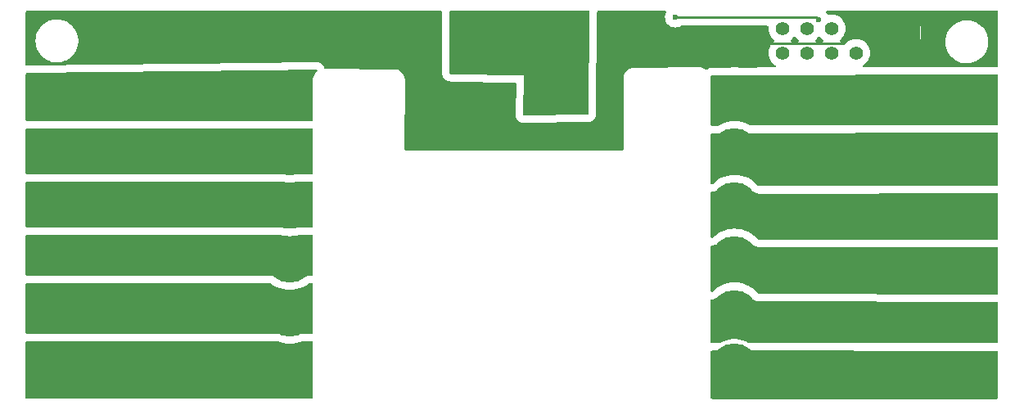
<source format=gbl>
%TF.GenerationSoftware,KiCad,Pcbnew,8.0.4*%
%TF.CreationDate,2025-01-10T16:53:36-05:00*%
%TF.ProjectId,X17-ESC-Adapter,5831372d-4553-4432-9d41-646170746572,rev?*%
%TF.SameCoordinates,Original*%
%TF.FileFunction,Copper,L2,Bot*%
%TF.FilePolarity,Positive*%
%FSLAX46Y46*%
G04 Gerber Fmt 4.6, Leading zero omitted, Abs format (unit mm)*
G04 Created by KiCad (PCBNEW 8.0.4) date 2025-01-10 16:53:36*
%MOMM*%
%LPD*%
G01*
G04 APERTURE LIST*
%TA.AperFunction,ComponentPad*%
%ADD10C,1.701800*%
%TD*%
%TA.AperFunction,ComponentPad*%
%ADD11C,1.390000*%
%TD*%
%TA.AperFunction,ComponentPad*%
%ADD12R,1.390000X1.390000*%
%TD*%
%TA.AperFunction,ComponentPad*%
%ADD13C,4.800000*%
%TD*%
%TA.AperFunction,ViaPad*%
%ADD14C,0.600000*%
%TD*%
%TA.AperFunction,Conductor*%
%ADD15C,0.254000*%
%TD*%
G04 APERTURE END LIST*
D10*
%TO.P,ESC2,1,1*%
%TO.N,ESC2C*%
X119710000Y-113870000D03*
%TO.P,ESC2,2,2*%
X126710001Y-113870000D03*
%TO.P,ESC2,3,3*%
%TO.N,ESC2B*%
X119710000Y-108870000D03*
%TO.P,ESC2,4,4*%
X126710001Y-108870000D03*
%TO.P,ESC2,5,5*%
%TO.N,ESC2A*%
X119710000Y-103870000D03*
%TO.P,ESC2,6,6*%
X126710001Y-103870000D03*
%TD*%
%TO.P,ESC1,1,1*%
%TO.N,ESC1C*%
X120010000Y-97180000D03*
%TO.P,ESC1,2,2*%
X127010001Y-97180000D03*
%TO.P,ESC1,3,3*%
%TO.N,ESC1B*%
X120010000Y-92180000D03*
%TO.P,ESC1,4,4*%
X127010001Y-92180000D03*
%TO.P,ESC1,5,5*%
%TO.N,ESC1A*%
X120010000Y-87180000D03*
%TO.P,ESC1,6,6*%
X127010001Y-87180000D03*
%TD*%
D11*
%TO.P,J2,01,01*%
%TO.N,+12V*%
X152890000Y-79200000D03*
X152890000Y-81740000D03*
X155430000Y-79200000D03*
X155430000Y-81740000D03*
X157970000Y-79200000D03*
X157970000Y-81740000D03*
X160510000Y-79200000D03*
X160510000Y-81740000D03*
X163050000Y-79200000D03*
D12*
X163050000Y-81740000D03*
%TO.P,J2,03,03*%
%TO.N,GND*%
X119890000Y-79425000D03*
D11*
X119890000Y-81965000D03*
X122430000Y-79425000D03*
X122430000Y-81965000D03*
X124970000Y-79425000D03*
X124970000Y-81965000D03*
X127510000Y-79425000D03*
X127510000Y-81965000D03*
X130050000Y-79425000D03*
X130050000Y-81965000D03*
X193550000Y-79175000D03*
X196090000Y-79175000D03*
D12*
X196090000Y-81715000D03*
D11*
%TO.P,J2,04,04*%
%TO.N,PWM1*%
X193550000Y-81715000D03*
%TO.P,J2,05,05*%
%TO.N,Telemetry*%
X191010000Y-79175000D03*
%TO.P,J2,06,06*%
%TO.N,PWM2*%
X191010000Y-81715000D03*
%TO.P,J2,07,07*%
%TO.N,unconnected-(J2-Pad07)*%
X188470000Y-79175000D03*
%TO.P,J2,08,08*%
%TO.N,PWM3*%
X188470000Y-81715000D03*
%TO.P,J2,09,09*%
%TO.N,+5V*%
X185930000Y-79175000D03*
%TO.P,J2,10,10*%
%TO.N,PWM4*%
X185930000Y-81715000D03*
%TD*%
D13*
%TO.P,ESC5,1,M1P1*%
%TO.N,ESC1A*%
X134975000Y-86355000D03*
%TO.P,ESC5,2,M1P2*%
%TO.N,ESC1B*%
X134975000Y-91925000D03*
%TO.P,ESC5,3,M1P3*%
%TO.N,ESC1C*%
X134975000Y-97495000D03*
%TO.P,ESC5,4,M2P1*%
%TO.N,ESC2A*%
X134975000Y-103055000D03*
%TO.P,ESC5,5,M2P2*%
%TO.N,ESC2B*%
X134975000Y-108625000D03*
%TO.P,ESC5,6,M2P3*%
%TO.N,ESC2C*%
X134975000Y-114195000D03*
%TO.P,ESC5,7,M4P3*%
%TO.N,ESC4C*%
X180975000Y-114195000D03*
%TO.P,ESC5,8,M4P2*%
%TO.N,ESC4B*%
X180975000Y-108625000D03*
%TO.P,ESC5,9,M4P1*%
%TO.N,ESC4A*%
X180975000Y-103055000D03*
%TO.P,ESC5,10,M3P3*%
%TO.N,ESC3C*%
X180975000Y-97495000D03*
%TO.P,ESC5,11,M3P2*%
%TO.N,ESC3B*%
X180975000Y-91925000D03*
%TO.P,ESC5,12,M3P1*%
%TO.N,ESC3A*%
X180975000Y-86355000D03*
%TD*%
D10*
%TO.P,ESC4,1,1*%
%TO.N,ESC4A*%
X196480001Y-104360000D03*
%TO.P,ESC4,2,2*%
X189480000Y-104360000D03*
%TO.P,ESC4,3,3*%
%TO.N,ESC4B*%
X196480001Y-109360000D03*
%TO.P,ESC4,4,4*%
X189480000Y-109360000D03*
%TO.P,ESC4,5,5*%
%TO.N,ESC4C*%
X196480001Y-114360000D03*
%TO.P,ESC4,6,6*%
X189480000Y-114360000D03*
%TD*%
%TO.P,ESC3,1,1*%
%TO.N,ESC3A*%
X196440000Y-87450000D03*
%TO.P,ESC3,2,2*%
X189439999Y-87450000D03*
%TO.P,ESC3,3,3*%
%TO.N,ESC3B*%
X196440000Y-92450000D03*
%TO.P,ESC3,4,4*%
X189439999Y-92450000D03*
%TO.P,ESC3,5,5*%
%TO.N,ESC3C*%
X196440000Y-97450000D03*
%TO.P,ESC3,6,6*%
X189439999Y-97450000D03*
%TD*%
D14*
%TO.N,GND*%
X136000000Y-82000000D03*
X150000000Y-82000000D03*
X153000000Y-89000000D03*
X139000000Y-82000000D03*
X133000000Y-79000000D03*
X148000000Y-88000000D03*
X156000000Y-91000000D03*
X168000000Y-85000000D03*
X150000000Y-88000000D03*
X148000000Y-82000000D03*
X168000000Y-82000000D03*
X168000000Y-88000000D03*
X117000000Y-79000000D03*
X148000000Y-85000000D03*
X142000000Y-82000000D03*
X162000000Y-91000000D03*
X153000000Y-91000000D03*
X168000000Y-91000000D03*
X156000000Y-89000000D03*
X139000000Y-79000000D03*
X136000000Y-79000000D03*
X148000000Y-91000000D03*
X165000000Y-91000000D03*
X133000000Y-82000000D03*
X168000000Y-79000000D03*
X150000000Y-91000000D03*
X145000000Y-82000000D03*
X159000000Y-91000000D03*
X150000000Y-85000000D03*
X117000000Y-82000000D03*
X168400000Y-80700000D03*
X142000000Y-79000000D03*
X172800000Y-80700000D03*
%TO.N,Telemetry*%
X189700000Y-78300000D03*
X174848452Y-78000000D03*
%TD*%
D15*
%TO.N,GND*%
X172793000Y-80693000D02*
X168507000Y-80693000D01*
X193550000Y-79175000D02*
X192032000Y-80693000D01*
X168400000Y-80700000D02*
X168400000Y-80800000D01*
X192032000Y-80693000D02*
X172807000Y-80693000D01*
X168507000Y-80693000D02*
X168500000Y-80700000D01*
X168500000Y-80700000D02*
X168400000Y-80700000D01*
X168400000Y-80800000D02*
X168500000Y-80700000D01*
X172800000Y-80700000D02*
X172793000Y-80693000D01*
X172807000Y-80693000D02*
X172800000Y-80700000D01*
%TO.N,Telemetry*%
X174848452Y-78000000D02*
X189400000Y-78000000D01*
X189400000Y-78000000D02*
X189700000Y-78300000D01*
%TD*%
%TA.AperFunction,Conductor*%
%TO.N,ESC1A*%
G36*
X137775133Y-83423314D02*
G01*
X137821734Y-83475373D01*
X137832791Y-83544362D01*
X137804795Y-83608378D01*
X137789788Y-83623436D01*
X137710677Y-83690241D01*
X137710674Y-83690243D01*
X137583796Y-83842233D01*
X137583793Y-83842237D01*
X137485134Y-84013897D01*
X137485132Y-84013901D01*
X137417676Y-84200035D01*
X137417674Y-84200042D01*
X137383450Y-84395043D01*
X137383500Y-84492061D01*
X137383500Y-88608500D01*
X137363815Y-88675539D01*
X137311011Y-88721294D01*
X137259500Y-88732500D01*
X135355205Y-88732500D01*
X135290737Y-88735212D01*
X135267381Y-88737182D01*
X135267380Y-88737170D01*
X135262184Y-88737645D01*
X134981952Y-88753382D01*
X134968047Y-88753382D01*
X134687838Y-88737647D01*
X134682638Y-88737171D01*
X134682637Y-88737184D01*
X134680042Y-88736965D01*
X134680033Y-88736964D01*
X134664845Y-88735683D01*
X134659242Y-88735211D01*
X134594797Y-88732500D01*
X134594786Y-88732500D01*
X107774500Y-88732500D01*
X107707461Y-88712815D01*
X107661706Y-88660011D01*
X107650500Y-88608500D01*
X107650500Y-83914639D01*
X107670185Y-83847600D01*
X107722989Y-83801845D01*
X107772996Y-83790648D01*
X131800000Y-83500000D01*
X137707785Y-83404713D01*
X137775133Y-83423314D01*
G37*
%TD.AperFunction*%
%TD*%
%TA.AperFunction,Conductor*%
%TO.N,ESC1C*%
G36*
X134241629Y-95004846D02*
G01*
X134262082Y-95010738D01*
X134270169Y-95013068D01*
X134620354Y-95072567D01*
X134975000Y-95092483D01*
X135329646Y-95072567D01*
X135679831Y-95013068D01*
X135696234Y-95008342D01*
X135708371Y-95004846D01*
X135742698Y-95000000D01*
X137259500Y-95000000D01*
X137326539Y-95019685D01*
X137372294Y-95072489D01*
X137383500Y-95124000D01*
X137383500Y-99608500D01*
X137363815Y-99675539D01*
X137311011Y-99721294D01*
X137259500Y-99732500D01*
X135985661Y-99732500D01*
X135878421Y-99740031D01*
X135878400Y-99740033D01*
X135844090Y-99744875D01*
X135844068Y-99744879D01*
X135738874Y-99767340D01*
X135738858Y-99767344D01*
X135515458Y-99831704D01*
X135501902Y-99834798D01*
X135250446Y-99877523D01*
X135236627Y-99879080D01*
X135037650Y-99890253D01*
X135023749Y-99890253D01*
X134975003Y-99887517D01*
X134974997Y-99887517D01*
X134926249Y-99890253D01*
X134912348Y-99890253D01*
X134713371Y-99879080D01*
X134699552Y-99877523D01*
X134448093Y-99834798D01*
X134434536Y-99831704D01*
X134211133Y-99767342D01*
X134105948Y-99744882D01*
X134105914Y-99744876D01*
X134071590Y-99740031D01*
X133964340Y-99732500D01*
X133964329Y-99732500D01*
X107774500Y-99732500D01*
X107707461Y-99712815D01*
X107661706Y-99660011D01*
X107650500Y-99608500D01*
X107650500Y-95124000D01*
X107670185Y-95056961D01*
X107722989Y-95011206D01*
X107774500Y-95000000D01*
X134207302Y-95000000D01*
X134241629Y-95004846D01*
G37*
%TD.AperFunction*%
%TD*%
%TA.AperFunction,Conductor*%
%TO.N,ESC3A*%
G36*
X208188566Y-83930893D02*
G01*
X208234476Y-83983562D01*
X208245834Y-84035468D01*
X208243281Y-89039950D01*
X208223562Y-89106980D01*
X208170735Y-89152708D01*
X208119563Y-89163887D01*
X182654257Y-89221894D01*
X182593994Y-89206422D01*
X182349316Y-89071194D01*
X182349312Y-89071192D01*
X182080430Y-88959819D01*
X182021153Y-88935266D01*
X182021150Y-88935265D01*
X181679835Y-88836933D01*
X181679827Y-88836931D01*
X181329653Y-88777434D01*
X181329641Y-88777432D01*
X180975000Y-88757517D01*
X180620358Y-88777432D01*
X180620346Y-88777434D01*
X180270172Y-88836931D01*
X180270164Y-88836933D01*
X179928849Y-88935265D01*
X179600687Y-89071192D01*
X179600683Y-89071194D01*
X179342107Y-89214103D01*
X179282409Y-89229575D01*
X178639917Y-89231039D01*
X178572832Y-89211507D01*
X178526957Y-89158807D01*
X178515634Y-89107020D01*
X178516486Y-84418306D01*
X178516490Y-84418262D01*
X178516500Y-84343360D01*
X178516500Y-84343355D01*
X178516500Y-84343218D01*
X178516512Y-84277484D01*
X178516510Y-84277479D01*
X178516512Y-84270229D01*
X178516405Y-84268606D01*
X178516403Y-84243724D01*
X178510281Y-84209084D01*
X178498736Y-84143752D01*
X178506454Y-84074310D01*
X178550489Y-84020064D01*
X178616862Y-83998237D01*
X178620405Y-83998175D01*
X208121473Y-83911407D01*
X208188566Y-83930893D01*
G37*
%TD.AperFunction*%
%TD*%
%TA.AperFunction,Conductor*%
%TO.N,+12V*%
G36*
X165940715Y-77372185D02*
G01*
X165986470Y-77424989D01*
X165997671Y-77477640D01*
X165901113Y-87978933D01*
X165880813Y-88045789D01*
X165827590Y-88091056D01*
X165778941Y-88101780D01*
X159228855Y-88198105D01*
X159161534Y-88179408D01*
X159115007Y-88127282D01*
X159103067Y-88071166D01*
X159103672Y-88045789D01*
X159200000Y-84000000D01*
X151622390Y-83901589D01*
X151555612Y-83881035D01*
X151510546Y-83827641D01*
X151500000Y-83777599D01*
X151500000Y-77476500D01*
X151519685Y-77409461D01*
X151572489Y-77363706D01*
X151624000Y-77352500D01*
X165873676Y-77352500D01*
X165940715Y-77372185D01*
G37*
%TD.AperFunction*%
%TD*%
%TA.AperFunction,Conductor*%
%TO.N,ESC4B*%
G36*
X182379480Y-106712885D02*
G01*
X182446504Y-106732613D01*
X182451131Y-106735741D01*
X182464935Y-106745536D01*
X182475792Y-106754193D01*
X182475807Y-106754206D01*
X182665996Y-106924169D01*
X182675827Y-106934000D01*
X182803193Y-107076523D01*
X182803194Y-107076524D01*
X182803193Y-107076524D01*
X182841228Y-107119085D01*
X182841235Y-107119093D01*
X182903700Y-107180189D01*
X182914896Y-107191140D01*
X182940147Y-107212719D01*
X182940153Y-107212723D01*
X182940155Y-107212725D01*
X183022047Y-107269886D01*
X183062998Y-107298470D01*
X183221334Y-107365308D01*
X183288341Y-107385102D01*
X183333773Y-107397024D01*
X183504526Y-107416544D01*
X208108888Y-107456539D01*
X208108895Y-107456538D01*
X208110022Y-107456540D01*
X208177029Y-107476334D01*
X208222698Y-107529212D01*
X208233820Y-107580603D01*
X208231760Y-111618348D01*
X208212041Y-111685378D01*
X208159214Y-111731106D01*
X208107720Y-111742285D01*
X182548630Y-111733977D01*
X182481597Y-111714271D01*
X182480578Y-111713608D01*
X182437655Y-111685378D01*
X182427713Y-111678839D01*
X182427699Y-111678831D01*
X182125783Y-111527203D01*
X182125777Y-111527200D01*
X181808284Y-111411642D01*
X181808281Y-111411641D01*
X181581639Y-111357926D01*
X181479520Y-111333724D01*
X181143935Y-111294500D01*
X180806065Y-111294500D01*
X180470480Y-111333724D01*
X180141718Y-111411641D01*
X180141715Y-111411642D01*
X179824222Y-111527200D01*
X179824216Y-111527203D01*
X179522300Y-111678831D01*
X179522281Y-111678842D01*
X179471020Y-111712556D01*
X179404192Y-111732947D01*
X179402843Y-111732954D01*
X178670401Y-111732717D01*
X178635649Y-111732706D01*
X178635648Y-111732706D01*
X178635510Y-111732706D01*
X178568477Y-111713000D01*
X178522739Y-111660181D01*
X178511550Y-111608688D01*
X178512328Y-107320218D01*
X178532025Y-107253185D01*
X178584837Y-107207439D01*
X178638231Y-107196258D01*
X178646765Y-107196388D01*
X178657843Y-107196559D01*
X178657867Y-107196559D01*
X178751656Y-107192252D01*
X178751658Y-107192251D01*
X178751663Y-107192251D01*
X178919412Y-107154863D01*
X178919415Y-107154861D01*
X178919417Y-107154861D01*
X179074630Y-107081087D01*
X179074631Y-107081086D01*
X179074636Y-107081084D01*
X179133984Y-107044214D01*
X179173030Y-107018271D01*
X179203068Y-106991432D01*
X179215176Y-106985678D01*
X179246688Y-106957515D01*
X179246689Y-106957516D01*
X179272126Y-106934783D01*
X179272128Y-106934782D01*
X179474192Y-106754206D01*
X179485059Y-106745539D01*
X179488526Y-106743078D01*
X179501415Y-106733933D01*
X179567477Y-106711191D01*
X179573202Y-106711061D01*
X182379480Y-106712885D01*
G37*
%TD.AperFunction*%
%TD*%
%TA.AperFunction,Conductor*%
%TO.N,ESC4A*%
G36*
X182187815Y-101006807D02*
G01*
X182254822Y-101026601D01*
X182259368Y-101029678D01*
X182464929Y-101175532D01*
X182475801Y-101184201D01*
X182665995Y-101354168D01*
X182675828Y-101364002D01*
X182707898Y-101399889D01*
X182707899Y-101399891D01*
X182775337Y-101475355D01*
X182775347Y-101475364D01*
X182775349Y-101475367D01*
X182849199Y-101547575D01*
X182874518Y-101569198D01*
X182874522Y-101569201D01*
X182997612Y-101655030D01*
X182997617Y-101655033D01*
X182997620Y-101655035D01*
X183156001Y-101721769D01*
X183156011Y-101721772D01*
X183156019Y-101721775D01*
X183223013Y-101741517D01*
X183251944Y-101749089D01*
X183268453Y-101753410D01*
X183439219Y-101772820D01*
X183439218Y-101772820D01*
X183491162Y-101772870D01*
X208112354Y-101796954D01*
X208112358Y-101796953D01*
X208112828Y-101796954D01*
X208179848Y-101816704D01*
X208225552Y-101869553D01*
X208236707Y-101921017D01*
X208234338Y-106565103D01*
X208214619Y-106632133D01*
X208161792Y-106677861D01*
X208110136Y-106689040D01*
X183505774Y-106649045D01*
X183438767Y-106629251D01*
X183413516Y-106607672D01*
X183375474Y-106565103D01*
X183214749Y-106385251D01*
X182949893Y-106148562D01*
X182949892Y-106148561D01*
X182660205Y-105943016D01*
X182349316Y-105771194D01*
X182349312Y-105771192D01*
X182080430Y-105659819D01*
X182021153Y-105635266D01*
X182021150Y-105635265D01*
X181679835Y-105536933D01*
X181679827Y-105536931D01*
X181329653Y-105477434D01*
X181329641Y-105477432D01*
X180975000Y-105457517D01*
X180620358Y-105477432D01*
X180620346Y-105477434D01*
X180270172Y-105536931D01*
X180270164Y-105536933D01*
X179928849Y-105635265D01*
X179600687Y-105771192D01*
X179600683Y-105771194D01*
X179289794Y-105943016D01*
X179000107Y-106148561D01*
X178760709Y-106362499D01*
X178735251Y-106385251D01*
X178728969Y-106392279D01*
X178669621Y-106429149D01*
X178599760Y-106428079D01*
X178541567Y-106389410D01*
X178513518Y-106325417D01*
X178512512Y-106309628D01*
X178512610Y-105771192D01*
X178513340Y-101749087D01*
X178533037Y-101682054D01*
X178585849Y-101636308D01*
X178639247Y-101625127D01*
X178645885Y-101625229D01*
X178658826Y-101625428D01*
X178658833Y-101625427D01*
X178658851Y-101625428D01*
X178752624Y-101621125D01*
X178920375Y-101583747D01*
X179075604Y-101509977D01*
X179134955Y-101473110D01*
X179174160Y-101447057D01*
X179202803Y-101421454D01*
X179215429Y-101415451D01*
X179246667Y-101387534D01*
X179246668Y-101387535D01*
X179474208Y-101184191D01*
X179485061Y-101175536D01*
X179693100Y-101027924D01*
X179704855Y-101020537D01*
X179708822Y-101018345D01*
X179768998Y-101002875D01*
X182187815Y-101006807D01*
G37*
%TD.AperFunction*%
%TD*%
%TA.AperFunction,Conductor*%
%TO.N,ESC3C*%
G36*
X182315742Y-95509853D02*
G01*
X182320695Y-95513192D01*
X182464929Y-95615532D01*
X182475801Y-95624201D01*
X182665996Y-95794169D01*
X182675827Y-95804000D01*
X182789891Y-95931638D01*
X182813059Y-95957563D01*
X182887855Y-96030580D01*
X182904151Y-96044452D01*
X182913508Y-96052417D01*
X182913524Y-96052429D01*
X182924433Y-96059996D01*
X183037851Y-96138671D01*
X183037852Y-96138671D01*
X183037853Y-96138672D01*
X183037859Y-96138675D01*
X183196445Y-96204889D01*
X183196451Y-96204891D01*
X183263535Y-96224423D01*
X183309000Y-96236164D01*
X183309003Y-96236164D01*
X183309006Y-96236165D01*
X183479834Y-96255019D01*
X208115286Y-96198901D01*
X208182366Y-96218432D01*
X208228241Y-96271132D01*
X208239564Y-96322963D01*
X208237226Y-100905517D01*
X208217507Y-100972547D01*
X208164680Y-101018275D01*
X208113105Y-101029454D01*
X183439970Y-101005320D01*
X183372950Y-100985570D01*
X183347631Y-100963947D01*
X183295415Y-100905517D01*
X183214749Y-100815251D01*
X182949893Y-100578562D01*
X182949892Y-100578561D01*
X182660205Y-100373016D01*
X182349316Y-100201194D01*
X182349312Y-100201192D01*
X182080430Y-100089819D01*
X182021153Y-100065266D01*
X182021150Y-100065265D01*
X181679835Y-99966933D01*
X181679827Y-99966931D01*
X181329653Y-99907434D01*
X181329641Y-99907432D01*
X180975000Y-99887517D01*
X180620358Y-99907432D01*
X180620346Y-99907434D01*
X180270172Y-99966931D01*
X180270164Y-99966933D01*
X179928849Y-100065265D01*
X179600687Y-100201192D01*
X179600683Y-100201194D01*
X179289794Y-100373016D01*
X179000107Y-100578561D01*
X178735247Y-100815254D01*
X178729978Y-100821151D01*
X178670627Y-100858018D01*
X178600766Y-100856946D01*
X178542575Y-100818274D01*
X178514529Y-100754280D01*
X178513523Y-100738510D01*
X178514349Y-96187957D01*
X178534046Y-96120925D01*
X178586858Y-96075179D01*
X178640256Y-96063998D01*
X178646894Y-96064100D01*
X178659835Y-96064299D01*
X178659842Y-96064298D01*
X178659860Y-96064299D01*
X178753633Y-96059996D01*
X178921384Y-96022618D01*
X179076613Y-95948848D01*
X179135964Y-95911981D01*
X179175220Y-95885892D01*
X179202567Y-95861444D01*
X179215718Y-95855191D01*
X179246670Y-95827531D01*
X179474204Y-95624194D01*
X179485056Y-95615540D01*
X179621096Y-95519014D01*
X179687160Y-95496275D01*
X179692552Y-95496144D01*
X182248660Y-95490321D01*
X182315742Y-95509853D01*
G37*
%TD.AperFunction*%
%TD*%
%TA.AperFunction,Conductor*%
%TO.N,GND*%
G36*
X150675539Y-77372185D02*
G01*
X150721294Y-77424989D01*
X150732500Y-77476500D01*
X150732500Y-83777599D01*
X150748996Y-83935868D01*
X150759542Y-83985910D01*
X150767329Y-84019172D01*
X150779972Y-84052315D01*
X150828583Y-84179753D01*
X150924030Y-84322671D01*
X150924037Y-84322681D01*
X150969093Y-84376063D01*
X150969106Y-84376078D01*
X151033913Y-84443961D01*
X151033920Y-84443968D01*
X151172265Y-84545942D01*
X151329832Y-84614574D01*
X151329839Y-84614576D01*
X151329841Y-84614577D01*
X151396587Y-84635121D01*
X151396610Y-84635128D01*
X151441903Y-84647565D01*
X151612423Y-84669024D01*
X158288910Y-84755731D01*
X158355688Y-84776285D01*
X158400754Y-84829679D01*
X158411265Y-84882672D01*
X158336390Y-88027493D01*
X158336390Y-88027498D01*
X158335783Y-88052947D01*
X158335650Y-88059839D01*
X158352372Y-88230894D01*
X158352374Y-88230906D01*
X158364311Y-88287011D01*
X158377376Y-88339314D01*
X158443052Y-88498136D01*
X158443055Y-88498141D01*
X158542409Y-88638345D01*
X158542419Y-88638358D01*
X158542423Y-88638363D01*
X158588950Y-88690489D01*
X158655629Y-88756570D01*
X158677371Y-88771685D01*
X158796741Y-88854673D01*
X158832780Y-88869197D01*
X158956151Y-88918917D01*
X159023472Y-88937614D01*
X159069091Y-88948793D01*
X159240141Y-88965522D01*
X165790227Y-88869197D01*
X165944159Y-88851286D01*
X165992808Y-88840562D01*
X166019166Y-88834210D01*
X166019166Y-91794699D01*
X146993230Y-91794699D01*
X146926191Y-91775014D01*
X146925050Y-91774273D01*
X146923382Y-91773175D01*
X146889292Y-91739721D01*
X146886605Y-91735802D01*
X146867683Y-91691919D01*
X146864463Y-91677043D01*
X146861658Y-91650511D01*
X146861755Y-91611507D01*
X146879215Y-84583257D01*
X146880070Y-84569039D01*
X146880243Y-84567560D01*
X146880247Y-84567548D01*
X146879421Y-84506664D01*
X146879411Y-84504734D01*
X146879563Y-84443798D01*
X146879561Y-84443790D01*
X146879418Y-84442678D01*
X146878405Y-84428330D01*
X146878165Y-84409106D01*
X146878165Y-84409103D01*
X146874486Y-84388512D01*
X146857347Y-84292574D01*
X146845606Y-84226855D01*
X146845605Y-84226852D01*
X146845605Y-84226851D01*
X146783858Y-84052315D01*
X146765611Y-84019172D01*
X146694572Y-83890140D01*
X146694569Y-83890137D01*
X146694568Y-83890134D01*
X146580108Y-83744620D01*
X146443522Y-83619641D01*
X146443519Y-83619639D01*
X146443518Y-83619638D01*
X146443513Y-83619634D01*
X146288440Y-83518521D01*
X146160086Y-83462036D01*
X146118987Y-83443950D01*
X146118985Y-83443949D01*
X146118984Y-83443949D01*
X146036049Y-83422655D01*
X145939667Y-83397908D01*
X145939665Y-83397907D01*
X145939663Y-83397907D01*
X145755252Y-83381620D01*
X145755239Y-83381620D01*
X145687719Y-83386774D01*
X145677662Y-83387132D01*
X138677696Y-83352138D01*
X138610756Y-83332119D01*
X138565266Y-83279087D01*
X138560107Y-83265590D01*
X138559063Y-83262295D01*
X138559060Y-83262289D01*
X138559060Y-83262286D01*
X138493158Y-83103558D01*
X138493157Y-83103556D01*
X138493156Y-83103554D01*
X138393588Y-82963475D01*
X138346993Y-82911423D01*
X138346986Y-82911415D01*
X138280214Y-82845430D01*
X138138959Y-82747528D01*
X138101688Y-82732569D01*
X137979467Y-82683514D01*
X137979445Y-82683507D01*
X137912107Y-82664909D01*
X137866487Y-82653800D01*
X137866481Y-82653799D01*
X137866480Y-82653799D01*
X137798051Y-82647204D01*
X137695411Y-82637313D01*
X137695408Y-82637313D01*
X136514333Y-82656362D01*
X131789492Y-82732569D01*
X131788992Y-82732576D01*
X107776000Y-83023055D01*
X107708727Y-83004183D01*
X107662337Y-82951936D01*
X107650500Y-82899064D01*
X107650500Y-80459998D01*
X108667500Y-80459998D01*
X108667500Y-80460001D01*
X108687329Y-80756226D01*
X108687331Y-80756236D01*
X108746467Y-81047176D01*
X108777719Y-81137176D01*
X108843856Y-81327640D01*
X108977757Y-81592623D01*
X109145783Y-81837394D01*
X109145785Y-81837396D01*
X109145789Y-81837402D01*
X109145792Y-81837404D01*
X109344935Y-82057586D01*
X109571658Y-82249268D01*
X109821907Y-82409021D01*
X109821910Y-82409022D01*
X109821911Y-82409023D01*
X109826327Y-82411072D01*
X110091216Y-82533994D01*
X110374780Y-82621956D01*
X110667537Y-82671338D01*
X110964265Y-82681259D01*
X111259667Y-82651541D01*
X111548472Y-82582715D01*
X111548475Y-82582713D01*
X111548479Y-82582713D01*
X111687000Y-82529362D01*
X111825528Y-82476010D01*
X112085888Y-82333328D01*
X112324908Y-82157217D01*
X112538322Y-81950819D01*
X112722321Y-81717817D01*
X112873623Y-81462370D01*
X112989527Y-81189035D01*
X113067965Y-80902691D01*
X113107537Y-80608447D01*
X113107537Y-80311553D01*
X113067965Y-80017309D01*
X112989527Y-79730965D01*
X112873623Y-79457630D01*
X112796474Y-79327377D01*
X112722321Y-79202182D01*
X112577018Y-79018183D01*
X112538322Y-78969181D01*
X112324908Y-78762783D01*
X112105302Y-78600976D01*
X112085894Y-78586676D01*
X112085891Y-78586674D01*
X112085888Y-78586672D01*
X111825528Y-78443990D01*
X111825523Y-78443988D01*
X111825521Y-78443987D01*
X111548479Y-78337286D01*
X111548474Y-78337285D01*
X111259667Y-78268459D01*
X111259664Y-78268458D01*
X110964269Y-78238741D01*
X110964265Y-78238741D01*
X110667537Y-78248662D01*
X110374779Y-78298044D01*
X110248278Y-78337285D01*
X110091216Y-78386006D01*
X110091209Y-78386009D01*
X110091207Y-78386010D01*
X109821911Y-78510976D01*
X109571658Y-78670731D01*
X109571656Y-78670733D01*
X109344933Y-78862415D01*
X109145792Y-79082595D01*
X109145789Y-79082597D01*
X109145783Y-79082606D01*
X108977757Y-79327377D01*
X108843856Y-79592360D01*
X108843854Y-79592363D01*
X108843854Y-79592365D01*
X108746467Y-79872823D01*
X108687331Y-80163763D01*
X108687329Y-80163773D01*
X108667500Y-80459998D01*
X107650500Y-80459998D01*
X107650500Y-77476500D01*
X107670185Y-77409461D01*
X107722989Y-77363706D01*
X107774500Y-77352500D01*
X150608500Y-77352500D01*
X150675539Y-77372185D01*
G37*
%TD.AperFunction*%
%TA.AperFunction,Conductor*%
G36*
X208192221Y-77372185D02*
G01*
X208237976Y-77424989D01*
X208249181Y-77476561D01*
X208248424Y-78961989D01*
X208246352Y-83019964D01*
X208226633Y-83086994D01*
X208173806Y-83132722D01*
X208122691Y-83142617D01*
X208122695Y-83143899D01*
X200272371Y-83166988D01*
X200242321Y-80549998D01*
X202777500Y-80549998D01*
X202777500Y-80550001D01*
X202797329Y-80846226D01*
X202797331Y-80846236D01*
X202856467Y-81137176D01*
X202874475Y-81189035D01*
X202953856Y-81417640D01*
X203087757Y-81682623D01*
X203255783Y-81927394D01*
X203255785Y-81927396D01*
X203255789Y-81927402D01*
X203255792Y-81927404D01*
X203454935Y-82147586D01*
X203681658Y-82339268D01*
X203931907Y-82499021D01*
X204201216Y-82623994D01*
X204484780Y-82711956D01*
X204777537Y-82761338D01*
X205074265Y-82771259D01*
X205369667Y-82741541D01*
X205658472Y-82672715D01*
X205658475Y-82672713D01*
X205658479Y-82672713D01*
X205797000Y-82619362D01*
X205935528Y-82566010D01*
X206195888Y-82423328D01*
X206434908Y-82247217D01*
X206648322Y-82040819D01*
X206832321Y-81807817D01*
X206983623Y-81552370D01*
X207099527Y-81279035D01*
X207177965Y-80992691D01*
X207217537Y-80698447D01*
X207217537Y-80401553D01*
X207177965Y-80107309D01*
X207113253Y-79871072D01*
X207099529Y-79820972D01*
X207099529Y-79820971D01*
X207099527Y-79820968D01*
X207099527Y-79820965D01*
X206983623Y-79547630D01*
X206905492Y-79415719D01*
X206832321Y-79292182D01*
X206648321Y-79059180D01*
X206573036Y-78986370D01*
X206434908Y-78852783D01*
X206302109Y-78754936D01*
X206195894Y-78676676D01*
X206195891Y-78676674D01*
X206195888Y-78676672D01*
X205935528Y-78533990D01*
X205935523Y-78533988D01*
X205935521Y-78533987D01*
X205658479Y-78427286D01*
X205658474Y-78427285D01*
X205369667Y-78358459D01*
X205369664Y-78358458D01*
X205074269Y-78328741D01*
X205074265Y-78328741D01*
X204818722Y-78337285D01*
X204777537Y-78338662D01*
X204484779Y-78388044D01*
X204358278Y-78427285D01*
X204201216Y-78476006D01*
X204201209Y-78476009D01*
X204201207Y-78476010D01*
X203931911Y-78600976D01*
X203681658Y-78760731D01*
X203681656Y-78760733D01*
X203454933Y-78952415D01*
X203255792Y-79172595D01*
X203255789Y-79172597D01*
X203129763Y-79356184D01*
X203087757Y-79417377D01*
X202953856Y-79682360D01*
X202953854Y-79682363D01*
X202953854Y-79682365D01*
X202856467Y-79962823D01*
X202797331Y-80253763D01*
X202797329Y-80253773D01*
X202777500Y-80549998D01*
X200242321Y-80549998D01*
X200205605Y-77352500D01*
X208125182Y-77352500D01*
X208192221Y-77372185D01*
G37*
%TD.AperFunction*%
%TD*%
%TA.AperFunction,Conductor*%
%TO.N,ESC2A*%
G36*
X133998656Y-100504845D02*
G01*
X134270169Y-100583068D01*
X134620354Y-100642567D01*
X134975000Y-100662483D01*
X135329646Y-100642567D01*
X135679831Y-100583068D01*
X135951343Y-100504845D01*
X135985671Y-100500000D01*
X137259500Y-100500000D01*
X137326539Y-100519685D01*
X137372294Y-100572489D01*
X137383500Y-100624000D01*
X137383500Y-104608500D01*
X137363815Y-104675539D01*
X137311011Y-104721294D01*
X137259500Y-104732500D01*
X137032397Y-104732500D01*
X136971839Y-104734893D01*
X136952340Y-104736436D01*
X136952308Y-104736440D01*
X136845983Y-104752412D01*
X136845977Y-104752414D01*
X136683463Y-104808338D01*
X136683451Y-104808343D01*
X136633200Y-104832223D01*
X136620894Y-104837281D01*
X136619947Y-104837611D01*
X136550569Y-104881157D01*
X136533133Y-104886074D01*
X136256896Y-105082074D01*
X136245122Y-105089472D01*
X136021886Y-105212850D01*
X136009357Y-105218883D01*
X135773704Y-105316493D01*
X135760580Y-105321086D01*
X135515460Y-105391704D01*
X135501903Y-105394798D01*
X135250447Y-105437523D01*
X135236629Y-105439080D01*
X134981952Y-105453382D01*
X134968046Y-105453382D01*
X134713369Y-105439080D01*
X134699551Y-105437523D01*
X134448095Y-105394798D01*
X134434538Y-105391704D01*
X134189418Y-105321086D01*
X134176294Y-105316493D01*
X134022203Y-105252667D01*
X134022181Y-105252657D01*
X134022181Y-105252658D01*
X134020152Y-105251817D01*
X134020149Y-105251816D01*
X133940629Y-105218878D01*
X133928112Y-105212850D01*
X133877140Y-105184679D01*
X133704865Y-105089466D01*
X133693108Y-105082078D01*
X133455956Y-104913809D01*
X133452691Y-104911411D01*
X133449201Y-104908757D01*
X133446312Y-104906864D01*
X133442580Y-104904321D01*
X133419691Y-104888102D01*
X133405786Y-104880308D01*
X133359314Y-104849856D01*
X133359309Y-104849854D01*
X133359305Y-104849851D01*
X133200870Y-104783276D01*
X133133835Y-104763592D01*
X133121128Y-104760280D01*
X133088379Y-104751743D01*
X133088374Y-104751742D01*
X133088373Y-104751742D01*
X132917597Y-104732500D01*
X132917594Y-104732500D01*
X107774500Y-104732500D01*
X107707461Y-104712815D01*
X107661706Y-104660011D01*
X107650500Y-104608500D01*
X107650500Y-100624000D01*
X107670185Y-100556961D01*
X107722989Y-100511206D01*
X107774500Y-100500000D01*
X133964329Y-100500000D01*
X133998656Y-100504845D01*
G37*
%TD.AperFunction*%
%TD*%
%TA.AperFunction,Conductor*%
%TO.N,ESC3B*%
G36*
X208185564Y-89950924D02*
G01*
X208231439Y-90003624D01*
X208242762Y-90055455D01*
X208240083Y-95307460D01*
X208220364Y-95374490D01*
X208167537Y-95420218D01*
X208116365Y-95431397D01*
X183478086Y-95487521D01*
X183411002Y-95467989D01*
X183385344Y-95446148D01*
X183362172Y-95420218D01*
X183214749Y-95255251D01*
X182949893Y-95018562D01*
X182949892Y-95018561D01*
X182660205Y-94813016D01*
X182349316Y-94641194D01*
X182349312Y-94641192D01*
X182080430Y-94529819D01*
X182021153Y-94505266D01*
X182021150Y-94505265D01*
X181679835Y-94406933D01*
X181679827Y-94406931D01*
X181329653Y-94347434D01*
X181329641Y-94347432D01*
X180975000Y-94327517D01*
X180620358Y-94347432D01*
X180620346Y-94347434D01*
X180270172Y-94406931D01*
X180270164Y-94406933D01*
X179928849Y-94505265D01*
X179600687Y-94641192D01*
X179600683Y-94641194D01*
X179289794Y-94813016D01*
X179000107Y-95018561D01*
X178735251Y-95255249D01*
X178730987Y-95260022D01*
X178671636Y-95296889D01*
X178601775Y-95295817D01*
X178543583Y-95257144D01*
X178515538Y-95193151D01*
X178514532Y-95177382D01*
X178515450Y-90122516D01*
X178535147Y-90055484D01*
X178587959Y-90009738D01*
X178639162Y-89998543D01*
X208118483Y-89931392D01*
X208185564Y-89950924D01*
G37*
%TD.AperFunction*%
%TD*%
%TA.AperFunction,Conductor*%
%TO.N,ESC2C*%
G36*
X133674640Y-111509439D02*
G01*
X133751827Y-111541410D01*
X133928847Y-111614734D01*
X134270169Y-111713068D01*
X134620354Y-111772567D01*
X134975000Y-111792483D01*
X135329646Y-111772567D01*
X135679831Y-111713068D01*
X136021153Y-111614734D01*
X136250623Y-111519685D01*
X136275360Y-111509439D01*
X136322812Y-111500000D01*
X137259500Y-111500000D01*
X137326539Y-111519685D01*
X137372294Y-111572489D01*
X137383500Y-111624000D01*
X137383500Y-117352789D01*
X137381116Y-117376982D01*
X137379707Y-117384066D01*
X137378072Y-117392286D01*
X137359588Y-117436933D01*
X137357839Y-117439553D01*
X137323553Y-117473839D01*
X137320933Y-117475588D01*
X137276286Y-117494072D01*
X137268066Y-117495707D01*
X137260982Y-117497116D01*
X137236789Y-117499500D01*
X107774500Y-117499500D01*
X107707461Y-117479815D01*
X107661706Y-117427011D01*
X107650500Y-117375500D01*
X107650500Y-111624000D01*
X107670185Y-111556961D01*
X107722989Y-111511206D01*
X107774500Y-111500000D01*
X133627188Y-111500000D01*
X133674640Y-111509439D01*
G37*
%TD.AperFunction*%
%TD*%
%TA.AperFunction,Conductor*%
%TO.N,ESC2B*%
G36*
X132984633Y-105519685D02*
G01*
X132997327Y-105529338D01*
X132997384Y-105529267D01*
X133000102Y-105531434D01*
X133000104Y-105531435D01*
X133000107Y-105531438D01*
X133289797Y-105736985D01*
X133600681Y-105908804D01*
X133600683Y-105908805D01*
X133600687Y-105908807D01*
X133726447Y-105960897D01*
X133928847Y-106044734D01*
X134270169Y-106143068D01*
X134620354Y-106202567D01*
X134975000Y-106222483D01*
X135329646Y-106202567D01*
X135679831Y-106143068D01*
X136021153Y-106044734D01*
X136349319Y-105908804D01*
X136660203Y-105736985D01*
X136949893Y-105531438D01*
X136949901Y-105531430D01*
X136952616Y-105529267D01*
X136953149Y-105529935D01*
X137012890Y-105501545D01*
X137032406Y-105500000D01*
X137259500Y-105500000D01*
X137326539Y-105519685D01*
X137372294Y-105572489D01*
X137383500Y-105624000D01*
X137383500Y-110608500D01*
X137363815Y-110675539D01*
X137311011Y-110721294D01*
X137259500Y-110732500D01*
X136322812Y-110732500D01*
X136203024Y-110744298D01*
X136173076Y-110747248D01*
X136173064Y-110747250D01*
X136125625Y-110756687D01*
X135981658Y-110800357D01*
X135981640Y-110800364D01*
X135954891Y-110811444D01*
X135954858Y-110811458D01*
X135773707Y-110886492D01*
X135760583Y-110891085D01*
X135515460Y-110961704D01*
X135501903Y-110964798D01*
X135250447Y-111007523D01*
X135236629Y-111009080D01*
X134981952Y-111023382D01*
X134968046Y-111023382D01*
X134713369Y-111009080D01*
X134699551Y-111007523D01*
X134448095Y-110964798D01*
X134434538Y-110961704D01*
X134189422Y-110891087D01*
X134176298Y-110886494D01*
X134042259Y-110830974D01*
X134042252Y-110830971D01*
X133968346Y-110800360D01*
X133917708Y-110784999D01*
X133824375Y-110756687D01*
X133808557Y-110753540D01*
X133776935Y-110747250D01*
X133776923Y-110747248D01*
X133762536Y-110745831D01*
X133627188Y-110732500D01*
X107774500Y-110732500D01*
X107707461Y-110712815D01*
X107661706Y-110660011D01*
X107650500Y-110608500D01*
X107650500Y-105624000D01*
X107670185Y-105556961D01*
X107722989Y-105511206D01*
X107774500Y-105500000D01*
X132917594Y-105500000D01*
X132984633Y-105519685D01*
G37*
%TD.AperFunction*%
%TD*%
%TA.AperFunction,Conductor*%
%TO.N,ESC4C*%
G36*
X208107285Y-112509786D02*
G01*
X208174315Y-112529492D01*
X208220053Y-112582311D01*
X208231242Y-112633849D01*
X208228818Y-117385563D01*
X208209099Y-117452593D01*
X208156272Y-117498321D01*
X208104818Y-117509500D01*
X178735014Y-117509500D01*
X178715923Y-117506760D01*
X178715736Y-117507963D01*
X178707705Y-117506713D01*
X178653489Y-117505443D01*
X178630430Y-117502728D01*
X178615547Y-117499541D01*
X178572933Y-117481600D01*
X178570137Y-117479744D01*
X178537049Y-117447427D01*
X178535128Y-117444676D01*
X178516196Y-117402528D01*
X178513907Y-117392958D01*
X178510505Y-117364096D01*
X178511366Y-112624179D01*
X178531062Y-112557147D01*
X178583874Y-112511401D01*
X178635400Y-112500206D01*
X208107285Y-112509786D01*
G37*
%TD.AperFunction*%
%TD*%
%TA.AperFunction,Conductor*%
%TO.N,ESC1B*%
G36*
X134615555Y-89501751D02*
G01*
X134620354Y-89502567D01*
X134975000Y-89522483D01*
X135329646Y-89502567D01*
X135334444Y-89501751D01*
X135355214Y-89500000D01*
X137259500Y-89500000D01*
X137326539Y-89519685D01*
X137372294Y-89572489D01*
X137383500Y-89624000D01*
X137383500Y-94108500D01*
X137363815Y-94175539D01*
X137311011Y-94221294D01*
X137259500Y-94232500D01*
X135742689Y-94232500D01*
X135635440Y-94240032D01*
X135635410Y-94240035D01*
X135601080Y-94244881D01*
X135533299Y-94259353D01*
X135528180Y-94260334D01*
X135250446Y-94307523D01*
X135236628Y-94309080D01*
X134981952Y-94323382D01*
X134968046Y-94323382D01*
X134713370Y-94309080D01*
X134699552Y-94307523D01*
X134421805Y-94260331D01*
X134416685Y-94259350D01*
X134348915Y-94244881D01*
X134332442Y-94242555D01*
X134314587Y-94240035D01*
X134314580Y-94240034D01*
X134314559Y-94240032D01*
X134207311Y-94232500D01*
X134207302Y-94232500D01*
X107774500Y-94232500D01*
X107707461Y-94212815D01*
X107661706Y-94160011D01*
X107650500Y-94108500D01*
X107650500Y-89624000D01*
X107670185Y-89556961D01*
X107722989Y-89511206D01*
X107774500Y-89500000D01*
X134594786Y-89500000D01*
X134615555Y-89501751D01*
G37*
%TD.AperFunction*%
%TD*%
%TA.AperFunction,Conductor*%
%TO.N,GND*%
G36*
X173849949Y-77372185D02*
G01*
X173895704Y-77424989D01*
X173905648Y-77494147D01*
X173892268Y-77534954D01*
X173862081Y-77591428D01*
X173801324Y-77791715D01*
X173780811Y-78000000D01*
X173801324Y-78208284D01*
X173862081Y-78408571D01*
X173960743Y-78593153D01*
X174093515Y-78754936D01*
X174255298Y-78887708D01*
X174255302Y-78887711D01*
X174439883Y-78986372D01*
X174640166Y-79047127D01*
X174848452Y-79067641D01*
X175056738Y-79047127D01*
X175257021Y-78986372D01*
X175410862Y-78904141D01*
X175469315Y-78889500D01*
X184356463Y-78889500D01*
X184423502Y-78909185D01*
X184469257Y-78961989D01*
X184480039Y-79023740D01*
X184467505Y-79174994D01*
X184467505Y-79175005D01*
X184487451Y-79415715D01*
X184546746Y-79649869D01*
X184643774Y-79871072D01*
X184728019Y-80000017D01*
X184775886Y-80073283D01*
X184939479Y-80250993D01*
X184994507Y-80293823D01*
X185063017Y-80347147D01*
X185103830Y-80403857D01*
X185107504Y-80473630D01*
X185072872Y-80534313D01*
X185063017Y-80542853D01*
X184939481Y-80639005D01*
X184775887Y-80816715D01*
X184775884Y-80816719D01*
X184643774Y-81018927D01*
X184546746Y-81240130D01*
X184487451Y-81474284D01*
X184467505Y-81714994D01*
X184467505Y-81715005D01*
X184487451Y-81955715D01*
X184546746Y-82189869D01*
X184643774Y-82411072D01*
X184728019Y-82540017D01*
X184775886Y-82613283D01*
X184939479Y-82790993D01*
X184939482Y-82790995D01*
X184939485Y-82790998D01*
X185130082Y-82939346D01*
X185130088Y-82939350D01*
X185130091Y-82939352D01*
X185193701Y-82973776D01*
X185202303Y-82978431D01*
X185251893Y-83027651D01*
X185267001Y-83095867D01*
X185242831Y-83161423D01*
X185187055Y-83203504D01*
X185143650Y-83211485D01*
X181428635Y-83222411D01*
X181407500Y-83220660D01*
X181329657Y-83207434D01*
X181329641Y-83207432D01*
X180975000Y-83187517D01*
X180620352Y-83207433D01*
X180526531Y-83223373D01*
X180506126Y-83225124D01*
X178618270Y-83230677D01*
X178618181Y-83230677D01*
X178618148Y-83230678D01*
X178606976Y-83230792D01*
X178606929Y-83230792D01*
X178606911Y-83230793D01*
X178603442Y-83230853D01*
X178545342Y-83234076D01*
X178545335Y-83234077D01*
X178377116Y-83269144D01*
X178377096Y-83269149D01*
X178310724Y-83290976D01*
X178240619Y-83318889D01*
X178223495Y-83325708D01*
X178125065Y-83386370D01*
X178057668Y-83404785D01*
X177998328Y-83388378D01*
X177859341Y-83308683D01*
X177859336Y-83308681D01*
X177671866Y-83241187D01*
X177671861Y-83241186D01*
X177475497Y-83207372D01*
X177475493Y-83207372D01*
X177469303Y-83207398D01*
X177377180Y-83207791D01*
X177376845Y-83207792D01*
X170694343Y-83218196D01*
X170691021Y-83217989D01*
X170670583Y-83218082D01*
X170670548Y-83218072D01*
X170612752Y-83218323D01*
X170612410Y-83218324D01*
X170562576Y-83218402D01*
X170554640Y-83218415D01*
X170554639Y-83218415D01*
X170548323Y-83218425D01*
X170545410Y-83218624D01*
X170519792Y-83218738D01*
X170519791Y-83218738D01*
X170324477Y-83254057D01*
X170324477Y-83254058D01*
X170138249Y-83322724D01*
X170138245Y-83322726D01*
X169966753Y-83422655D01*
X169815189Y-83550825D01*
X169688164Y-83703337D01*
X169589520Y-83875570D01*
X169522248Y-84062307D01*
X169488389Y-84257892D01*
X169488389Y-84257897D01*
X169488466Y-84283321D01*
X169488289Y-84286214D01*
X169488689Y-84357618D01*
X169488690Y-84357948D01*
X169488898Y-84429325D01*
X169489107Y-84432321D01*
X169529326Y-91610524D01*
X169526187Y-91638951D01*
X169520301Y-91664603D01*
X169501086Y-91707895D01*
X169490639Y-91722846D01*
X169456591Y-91755778D01*
X169441298Y-91765722D01*
X169397380Y-91783484D01*
X169367524Y-91789292D01*
X169343844Y-91791574D01*
X169289903Y-91791573D01*
X169289902Y-91791573D01*
X169289901Y-91791573D01*
X169281843Y-91792634D01*
X169281770Y-91792084D01*
X169261912Y-91794699D01*
X166019166Y-91794699D01*
X166019166Y-88834210D01*
X166021927Y-88833545D01*
X166182274Y-88771685D01*
X166324835Y-88675696D01*
X166378058Y-88630429D01*
X166445726Y-88565336D01*
X166547173Y-88426605D01*
X166615205Y-88268778D01*
X166635505Y-88201922D01*
X166647768Y-88156590D01*
X166668581Y-87985990D01*
X166765139Y-77484697D01*
X166765137Y-77484685D01*
X166765023Y-77482147D01*
X166765167Y-77481555D01*
X166765170Y-77481305D01*
X166765228Y-77481305D01*
X166781634Y-77414280D01*
X166832300Y-77366168D01*
X166888894Y-77352500D01*
X173782910Y-77352500D01*
X173849949Y-77372185D01*
G37*
%TD.AperFunction*%
%TA.AperFunction,Conductor*%
G36*
X200272371Y-83166987D02*
G01*
X194387317Y-83184297D01*
X194320220Y-83164810D01*
X194274310Y-83112141D01*
X194264163Y-83043012D01*
X194293001Y-82979371D01*
X194327938Y-82951242D01*
X194349902Y-82939356D01*
X194349903Y-82939354D01*
X194349909Y-82939352D01*
X194540521Y-82790993D01*
X194704114Y-82613283D01*
X194836226Y-82411071D01*
X194933253Y-82189871D01*
X194992548Y-81955719D01*
X195012495Y-81715000D01*
X194992548Y-81474281D01*
X194933253Y-81240129D01*
X194836226Y-81018929D01*
X194704114Y-80816717D01*
X194540521Y-80639007D01*
X194540516Y-80639003D01*
X194540514Y-80639001D01*
X194349917Y-80490653D01*
X194349911Y-80490649D01*
X194137479Y-80375686D01*
X194137474Y-80375684D01*
X193909023Y-80297257D01*
X193750188Y-80270752D01*
X193670772Y-80257500D01*
X193429228Y-80257500D01*
X193369665Y-80267439D01*
X193190976Y-80297257D01*
X192962525Y-80375684D01*
X192962520Y-80375686D01*
X192750088Y-80490649D01*
X192750082Y-80490653D01*
X192559485Y-80639001D01*
X192559482Y-80639004D01*
X192395887Y-80816715D01*
X192395885Y-80816717D01*
X192383807Y-80835205D01*
X192330660Y-80880560D01*
X192261428Y-80889982D01*
X192198093Y-80860479D01*
X192176193Y-80835205D01*
X192164114Y-80816717D01*
X192164112Y-80816715D01*
X192000521Y-80639007D01*
X192000516Y-80639003D01*
X192000514Y-80639001D01*
X191876983Y-80542853D01*
X191836170Y-80486143D01*
X191832495Y-80416370D01*
X191867127Y-80355687D01*
X191876983Y-80347147D01*
X191951993Y-80288763D01*
X192000521Y-80250993D01*
X192164114Y-80073283D01*
X192296226Y-79871071D01*
X192393253Y-79649871D01*
X192452548Y-79415719D01*
X192472495Y-79175000D01*
X192452548Y-78934281D01*
X192393253Y-78700129D01*
X192296226Y-78478929D01*
X192250257Y-78408569D01*
X192164115Y-78276719D01*
X192164114Y-78276717D01*
X192000521Y-78099007D01*
X192000516Y-78099003D01*
X192000514Y-78099001D01*
X191809917Y-77950653D01*
X191809911Y-77950649D01*
X191597479Y-77835686D01*
X191597474Y-77835684D01*
X191369023Y-77757257D01*
X191210188Y-77730752D01*
X191130772Y-77717500D01*
X190889228Y-77717500D01*
X190819323Y-77729165D01*
X190702472Y-77748664D01*
X190633106Y-77740282D01*
X190586209Y-77705020D01*
X190463226Y-77555165D01*
X190435913Y-77490855D01*
X190447704Y-77421987D01*
X190494856Y-77370427D01*
X190559079Y-77352500D01*
X200205605Y-77352500D01*
X200272371Y-83166987D01*
G37*
%TD.AperFunction*%
%TA.AperFunction,Conductor*%
G36*
X187281904Y-80029518D02*
G01*
X187303809Y-80054798D01*
X187315881Y-80073277D01*
X187315884Y-80073280D01*
X187315886Y-80073283D01*
X187479479Y-80250993D01*
X187534507Y-80293823D01*
X187603017Y-80347147D01*
X187643830Y-80403857D01*
X187647504Y-80473630D01*
X187612872Y-80534313D01*
X187603017Y-80542853D01*
X187479481Y-80639005D01*
X187315887Y-80816715D01*
X187315885Y-80816717D01*
X187303807Y-80835205D01*
X187250660Y-80880560D01*
X187181428Y-80889982D01*
X187118093Y-80860479D01*
X187096193Y-80835205D01*
X187084114Y-80816717D01*
X187084112Y-80816715D01*
X186920521Y-80639007D01*
X186920516Y-80639003D01*
X186920514Y-80639001D01*
X186796983Y-80542853D01*
X186756170Y-80486143D01*
X186752495Y-80416370D01*
X186787127Y-80355687D01*
X186796983Y-80347147D01*
X186871993Y-80288763D01*
X186920521Y-80250993D01*
X187084114Y-80073283D01*
X187096191Y-80054798D01*
X187149337Y-80009441D01*
X187218568Y-80000017D01*
X187281904Y-80029518D01*
G37*
%TD.AperFunction*%
%TA.AperFunction,Conductor*%
G36*
X189821904Y-80029518D02*
G01*
X189843809Y-80054798D01*
X189855881Y-80073277D01*
X189855884Y-80073280D01*
X189855886Y-80073283D01*
X190019479Y-80250993D01*
X190074507Y-80293823D01*
X190143017Y-80347147D01*
X190183830Y-80403857D01*
X190187504Y-80473630D01*
X190152872Y-80534313D01*
X190143017Y-80542853D01*
X190019481Y-80639005D01*
X189855887Y-80816715D01*
X189855885Y-80816717D01*
X189843807Y-80835205D01*
X189790660Y-80880560D01*
X189721428Y-80889982D01*
X189658093Y-80860479D01*
X189636193Y-80835205D01*
X189624114Y-80816717D01*
X189624112Y-80816715D01*
X189460521Y-80639007D01*
X189460516Y-80639003D01*
X189460514Y-80639001D01*
X189336983Y-80542853D01*
X189296170Y-80486143D01*
X189292495Y-80416370D01*
X189327127Y-80355687D01*
X189336983Y-80347147D01*
X189411993Y-80288763D01*
X189460521Y-80250993D01*
X189624114Y-80073283D01*
X189636191Y-80054798D01*
X189689337Y-80009441D01*
X189758568Y-80000017D01*
X189821904Y-80029518D01*
G37*
%TD.AperFunction*%
%TD*%
M02*

</source>
